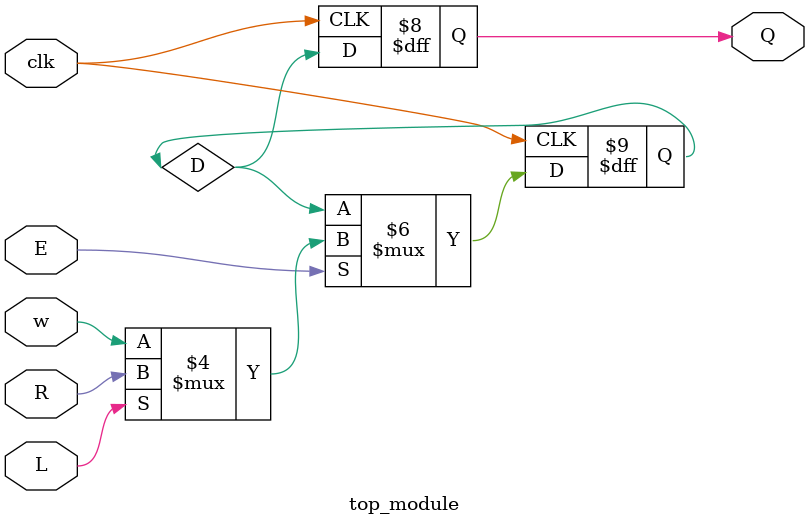
<source format=sv>
module top_module (
    input clk,
    input w,
    input R,
    input E,
    input L,
    output reg Q
);

    reg D;

    always @(posedge clk) begin
        if (E) begin
            if (L) begin
                D <= R;
            end else begin
                D <= w;
            end
        end
    end

    always @(posedge clk) begin
        Q <= D;
    end

endmodule

</source>
